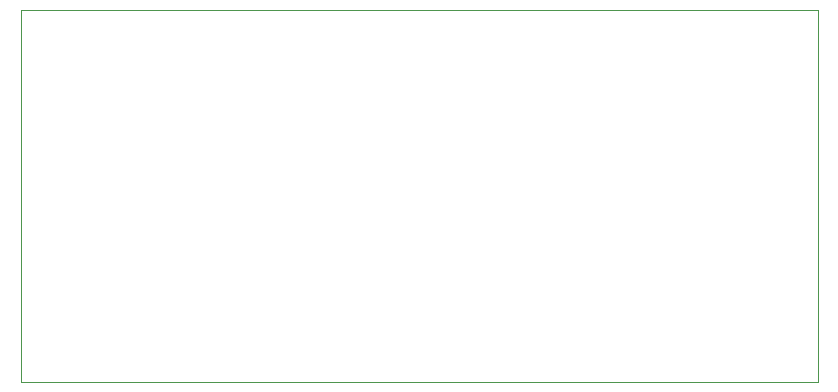
<source format=gbr>
%TF.GenerationSoftware,KiCad,Pcbnew,7.0.1*%
%TF.CreationDate,2023-03-17T11:51:17+07:00*%
%TF.ProjectId,BMP,424d502e-6b69-4636-9164-5f7063625858,rev?*%
%TF.SameCoordinates,Original*%
%TF.FileFunction,Profile,NP*%
%FSLAX46Y46*%
G04 Gerber Fmt 4.6, Leading zero omitted, Abs format (unit mm)*
G04 Created by KiCad (PCBNEW 7.0.1) date 2023-03-17 11:51:17*
%MOMM*%
%LPD*%
G01*
G04 APERTURE LIST*
%TA.AperFunction,Profile*%
%ADD10C,0.100000*%
%TD*%
G04 APERTURE END LIST*
D10*
X73500000Y-55750000D02*
X141000000Y-55750000D01*
X141000000Y-87250000D01*
X73500000Y-87250000D01*
X73500000Y-55750000D01*
M02*

</source>
